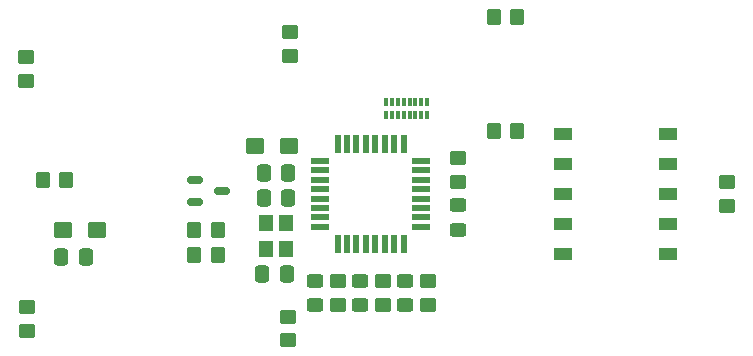
<source format=gtp>
G04 #@! TF.GenerationSoftware,KiCad,Pcbnew,8.0.2*
G04 #@! TF.CreationDate,2024-06-08T23:01:55+02:00*
G04 #@! TF.ProjectId,Remote,52656d6f-7465-42e6-9b69-6361645f7063,rev?*
G04 #@! TF.SameCoordinates,Original*
G04 #@! TF.FileFunction,Paste,Top*
G04 #@! TF.FilePolarity,Positive*
%FSLAX46Y46*%
G04 Gerber Fmt 4.6, Leading zero omitted, Abs format (unit mm)*
G04 Created by KiCad (PCBNEW 8.0.2) date 2024-06-08 23:01:55*
%MOMM*%
%LPD*%
G01*
G04 APERTURE LIST*
G04 Aperture macros list*
%AMRoundRect*
0 Rectangle with rounded corners*
0 $1 Rounding radius*
0 $2 $3 $4 $5 $6 $7 $8 $9 X,Y pos of 4 corners*
0 Add a 4 corners polygon primitive as box body*
4,1,4,$2,$3,$4,$5,$6,$7,$8,$9,$2,$3,0*
0 Add four circle primitives for the rounded corners*
1,1,$1+$1,$2,$3*
1,1,$1+$1,$4,$5*
1,1,$1+$1,$6,$7*
1,1,$1+$1,$8,$9*
0 Add four rect primitives between the rounded corners*
20,1,$1+$1,$2,$3,$4,$5,0*
20,1,$1+$1,$4,$5,$6,$7,0*
20,1,$1+$1,$6,$7,$8,$9,0*
20,1,$1+$1,$8,$9,$2,$3,0*%
G04 Aperture macros list end*
%ADD10RoundRect,0.250000X-0.450000X0.350000X-0.450000X-0.350000X0.450000X-0.350000X0.450000X0.350000X0*%
%ADD11RoundRect,0.250000X0.350000X0.450000X-0.350000X0.450000X-0.350000X-0.450000X0.350000X-0.450000X0*%
%ADD12RoundRect,0.250000X0.450000X-0.325000X0.450000X0.325000X-0.450000X0.325000X-0.450000X-0.325000X0*%
%ADD13RoundRect,0.250000X-0.350000X-0.450000X0.350000X-0.450000X0.350000X0.450000X-0.350000X0.450000X0*%
%ADD14R,1.200000X1.400000*%
%ADD15RoundRect,0.250000X0.450000X-0.350000X0.450000X0.350000X-0.450000X0.350000X-0.450000X-0.350000X0*%
%ADD16RoundRect,0.250000X0.337500X0.475000X-0.337500X0.475000X-0.337500X-0.475000X0.337500X-0.475000X0*%
%ADD17RoundRect,0.250000X-0.337500X-0.475000X0.337500X-0.475000X0.337500X0.475000X-0.337500X0.475000X0*%
%ADD18R,1.600000X0.550000*%
%ADD19R,0.550000X1.600000*%
%ADD20RoundRect,0.150000X-0.512500X-0.150000X0.512500X-0.150000X0.512500X0.150000X-0.512500X0.150000X0*%
%ADD21RoundRect,0.250000X-0.537500X-0.425000X0.537500X-0.425000X0.537500X0.425000X-0.537500X0.425000X0*%
%ADD22R,0.300000X0.650000*%
%ADD23RoundRect,0.250000X0.537500X0.425000X-0.537500X0.425000X-0.537500X-0.425000X0.537500X-0.425000X0*%
%ADD24R,1.500000X1.100000*%
G04 APERTURE END LIST*
D10*
X143845000Y-74176000D03*
X143845000Y-76176000D03*
D11*
X100745000Y-80367000D03*
X98745000Y-80367000D03*
D10*
X121066000Y-72128000D03*
X121066000Y-74128000D03*
D12*
X109006000Y-84567000D03*
X109006000Y-82517000D03*
D13*
X124135000Y-60174000D03*
X126135000Y-60174000D03*
D10*
X118531000Y-82542000D03*
X118531000Y-84542000D03*
D11*
X87945000Y-73976000D03*
X85945000Y-73976000D03*
D14*
X104854000Y-77616000D03*
X104854000Y-79816000D03*
X106554000Y-79816000D03*
X106554000Y-77616000D03*
D15*
X84545000Y-65619000D03*
X84545000Y-63619000D03*
D10*
X84622000Y-84776000D03*
X84622000Y-86776000D03*
X114721000Y-82542000D03*
X114721000Y-84542000D03*
D12*
X121066000Y-78201000D03*
X121066000Y-76151000D03*
D11*
X100745000Y-78208000D03*
X98745000Y-78208000D03*
D10*
X106745000Y-85576000D03*
X106745000Y-87576000D03*
D16*
X106741500Y-73382000D03*
X104666500Y-73382000D03*
D17*
X104539500Y-81916400D03*
X106614500Y-81916400D03*
D12*
X116626000Y-84567000D03*
X116626000Y-82517000D03*
D18*
X109455000Y-72360000D03*
X109455000Y-73160000D03*
X109455000Y-73960000D03*
X109455000Y-74760000D03*
X109455000Y-75560000D03*
X109455000Y-76360000D03*
X109455000Y-77160000D03*
X109455000Y-77960000D03*
D19*
X110905000Y-79410000D03*
X111705000Y-79410000D03*
X112505000Y-79410000D03*
X113305000Y-79410000D03*
X114105000Y-79410000D03*
X114905000Y-79410000D03*
X115705000Y-79410000D03*
X116505000Y-79410000D03*
D18*
X117955000Y-77960000D03*
X117955000Y-77160000D03*
X117955000Y-76360000D03*
X117955000Y-75560000D03*
X117955000Y-74760000D03*
X117955000Y-73960000D03*
X117955000Y-73160000D03*
X117955000Y-72360000D03*
D19*
X116505000Y-70910000D03*
X115705000Y-70910000D03*
X114905000Y-70910000D03*
X114105000Y-70910000D03*
X113305000Y-70910000D03*
X112505000Y-70910000D03*
X111705000Y-70910000D03*
X110905000Y-70910000D03*
D20*
X98807500Y-73956000D03*
X98807500Y-75856000D03*
X101082500Y-74906000D03*
D11*
X126135000Y-69826000D03*
X124135000Y-69826000D03*
D21*
X87629500Y-78208000D03*
X90504500Y-78208000D03*
D16*
X106741500Y-75541000D03*
X104666500Y-75541000D03*
D22*
X115003000Y-68526000D03*
X115503000Y-68526000D03*
X116003000Y-68526000D03*
X116503000Y-68526000D03*
X117003000Y-68526000D03*
X117503000Y-68526000D03*
X118003000Y-68526000D03*
X118503000Y-68526000D03*
X118503000Y-67376000D03*
X118003000Y-67376000D03*
X117503000Y-67376000D03*
X117003000Y-67376000D03*
X116503000Y-67376000D03*
X116003000Y-67376000D03*
X115503000Y-67376000D03*
X115003000Y-67376000D03*
D23*
X106760500Y-71096000D03*
X103885500Y-71096000D03*
D24*
X138856000Y-80240000D03*
X129956000Y-80240000D03*
X138856000Y-77700000D03*
X129956000Y-77700000D03*
X138856000Y-75160000D03*
X129956000Y-75160000D03*
X138856000Y-72620000D03*
X129956000Y-72620000D03*
X138856000Y-70080000D03*
X129956000Y-70080000D03*
D17*
X87521500Y-80494000D03*
X89596500Y-80494000D03*
D10*
X110911000Y-82542000D03*
X110911000Y-84542000D03*
D12*
X112816000Y-84567000D03*
X112816000Y-82517000D03*
D15*
X106847000Y-63460000D03*
X106847000Y-61460000D03*
M02*

</source>
